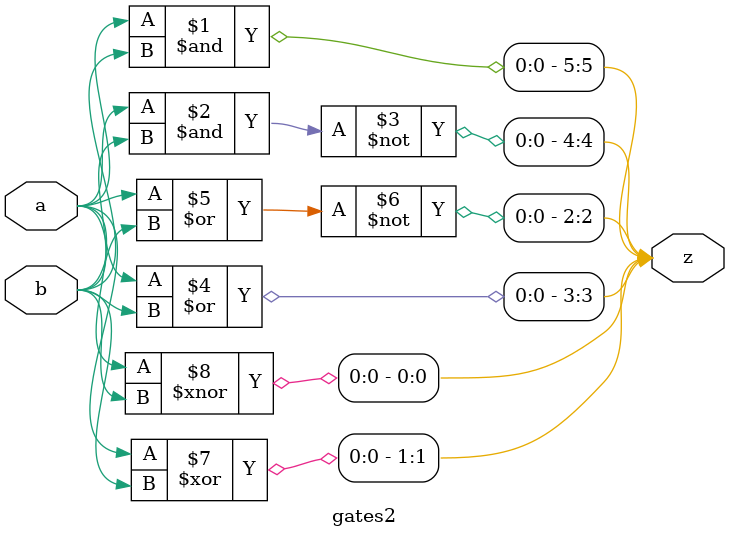
<source format=v>
`timescale 1ns / 1ps


module gates2(
    input wire a,
    input wire b,
    output wire [5:0] z
    );
    
    assign z[5] = a & b;
    assign z[4] = ~(a & b);
    assign z[3] = a | b;
    assign z[2] = ~(a | b);
    assign z[1] = a ^ b;
    assign z[0] = a ~^ b;

endmodule

</source>
